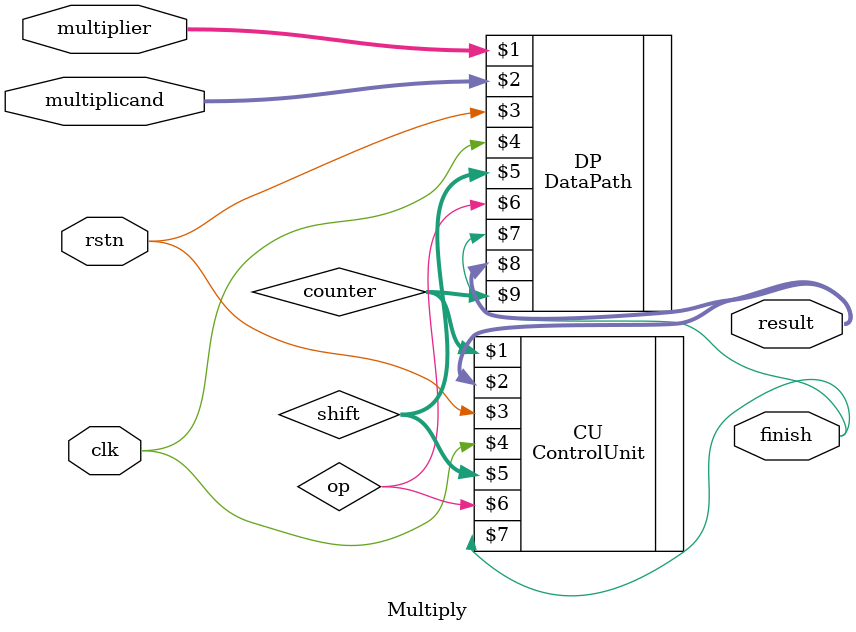
<source format=v>
module Multiply (
    input wire[3:0] multiplier, multiplicand, 
    input rstn, clk,
    output [7:0]result,
    output finish
);

wire[2:0] shift, counter;

ControlUnit CU(counter, result, rstn, clk, shift, op, finish);
DataPath DP(multiplier, multiplicand, rstn, clk, shift, op, finish, result, counter);

endmodule
</source>
